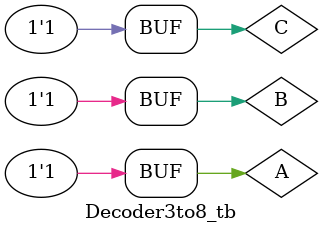
<source format=v>
`include "Decoder3to8.v"

module Decoder3to8_tb;
reg A,B,C;
wire [7:0]Out;

Decoder3to8 uut(A,B,C,Out);

initial begin
    $dumpfile("Decoder3to8_test.vcd");
    $dumpvars(0,Decoder3to8_tb);

    $monitor(A,B,C,Out);
    A = 0; B = 0; C = 0; #20;
    A = 0; B = 0; C = 1; #20;
    A = 0; B = 1; C = 0; #20;
    A = 0; B = 1; C = 1; #20;
    A = 1; B = 0; C = 0; #20;
    A = 1; B = 0; C = 1; #20;
    A = 1; B = 1; C = 0; #20;
    A = 1; B = 1; C = 1; #20;
$display("Test Complete");
end
endmodule
</source>
